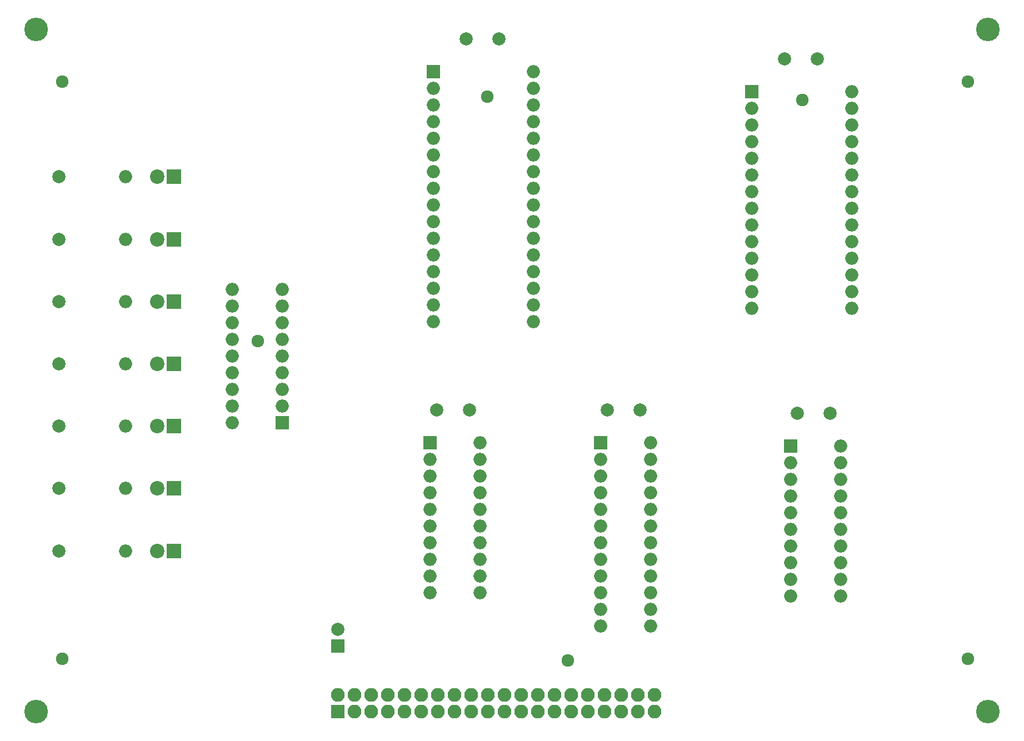
<source format=gbs>
G04 #@! TF.FileFunction,Soldermask,Bot*
%FSLAX46Y46*%
G04 Gerber Fmt 4.6, Leading zero omitted, Abs format (unit mm)*
G04 Created by KiCad (PCBNEW 4.0.7) date 03/07/19 09:20:08*
%MOMM*%
%LPD*%
G01*
G04 APERTURE LIST*
%ADD10C,0.100000*%
%ADD11C,2.000000*%
%ADD12R,2.000000X2.000000*%
%ADD13R,2.200000X2.200000*%
%ADD14C,2.200000*%
%ADD15R,2.100000X2.100000*%
%ADD16O,2.100000X2.100000*%
%ADD17C,3.600000*%
%ADD18O,2.000000X2.000000*%
%ADD19C,1.924000*%
G04 APERTURE END LIST*
D10*
D11*
X116000000Y-93000000D03*
X121000000Y-93000000D03*
X176000000Y-93500000D03*
X171000000Y-93500000D03*
X147000000Y-93000000D03*
X142000000Y-93000000D03*
X125500000Y-36500000D03*
X120500000Y-36500000D03*
X174000000Y-39500000D03*
X169000000Y-39500000D03*
D12*
X101000000Y-129000000D03*
D11*
X101000000Y-126500000D03*
D13*
X76000000Y-114500000D03*
D14*
X73460000Y-114500000D03*
D13*
X76000000Y-105000000D03*
D14*
X73460000Y-105000000D03*
D13*
X76000000Y-95500000D03*
D14*
X73460000Y-95500000D03*
D13*
X76000000Y-86000000D03*
D14*
X73460000Y-86000000D03*
D13*
X76000000Y-76500000D03*
D14*
X73460000Y-76500000D03*
D13*
X76000000Y-67000000D03*
D14*
X73460000Y-67000000D03*
D13*
X76000000Y-57500000D03*
D14*
X73460000Y-57500000D03*
D15*
X101000000Y-139000000D03*
D16*
X101000000Y-136460000D03*
X103540000Y-139000000D03*
X103540000Y-136460000D03*
X106080000Y-139000000D03*
X106080000Y-136460000D03*
X108620000Y-139000000D03*
X108620000Y-136460000D03*
X111160000Y-139000000D03*
X111160000Y-136460000D03*
X113700000Y-139000000D03*
X113700000Y-136460000D03*
X116240000Y-139000000D03*
X116240000Y-136460000D03*
X118780000Y-139000000D03*
X118780000Y-136460000D03*
X121320000Y-139000000D03*
X121320000Y-136460000D03*
X123860000Y-139000000D03*
X123860000Y-136460000D03*
X126400000Y-139000000D03*
X126400000Y-136460000D03*
X128940000Y-139000000D03*
X128940000Y-136460000D03*
X131480000Y-139000000D03*
X131480000Y-136460000D03*
X134020000Y-139000000D03*
X134020000Y-136460000D03*
X136560000Y-139000000D03*
X136560000Y-136460000D03*
X139100000Y-139000000D03*
X139100000Y-136460000D03*
X141640000Y-139000000D03*
X141640000Y-136460000D03*
X144180000Y-139000000D03*
X144180000Y-136460000D03*
X146720000Y-139000000D03*
X146720000Y-136460000D03*
X149260000Y-139000000D03*
X149260000Y-136460000D03*
D17*
X200000000Y-139000000D03*
X55000000Y-139000000D03*
X200000000Y-35000000D03*
X55000000Y-35000000D03*
D11*
X58500000Y-114500000D03*
D18*
X68660000Y-114500000D03*
D11*
X58500000Y-105000000D03*
D18*
X68660000Y-105000000D03*
D11*
X58500000Y-95500000D03*
D18*
X68660000Y-95500000D03*
D11*
X58500000Y-86000000D03*
D18*
X68660000Y-86000000D03*
D11*
X58500000Y-76500000D03*
D18*
X68660000Y-76500000D03*
D11*
X58500000Y-67000000D03*
D18*
X68660000Y-67000000D03*
D11*
X58500000Y-57500000D03*
D18*
X68660000Y-57500000D03*
D12*
X115000000Y-98000000D03*
D18*
X122620000Y-120860000D03*
X115000000Y-100540000D03*
X122620000Y-118320000D03*
X115000000Y-103080000D03*
X122620000Y-115780000D03*
X115000000Y-105620000D03*
X122620000Y-113240000D03*
X115000000Y-108160000D03*
X122620000Y-110700000D03*
X115000000Y-110700000D03*
X122620000Y-108160000D03*
X115000000Y-113240000D03*
X122620000Y-105620000D03*
X115000000Y-115780000D03*
X122620000Y-103080000D03*
X115000000Y-118320000D03*
X122620000Y-100540000D03*
X115000000Y-120860000D03*
X122620000Y-98000000D03*
D12*
X170000000Y-98500000D03*
D18*
X177620000Y-121360000D03*
X170000000Y-101040000D03*
X177620000Y-118820000D03*
X170000000Y-103580000D03*
X177620000Y-116280000D03*
X170000000Y-106120000D03*
X177620000Y-113740000D03*
X170000000Y-108660000D03*
X177620000Y-111200000D03*
X170000000Y-111200000D03*
X177620000Y-108660000D03*
X170000000Y-113740000D03*
X177620000Y-106120000D03*
X170000000Y-116280000D03*
X177620000Y-103580000D03*
X170000000Y-118820000D03*
X177620000Y-101040000D03*
X170000000Y-121360000D03*
X177620000Y-98500000D03*
D12*
X92500000Y-95000000D03*
D18*
X84880000Y-74680000D03*
X92500000Y-92460000D03*
X84880000Y-77220000D03*
X92500000Y-89920000D03*
X84880000Y-79760000D03*
X92500000Y-87380000D03*
X84880000Y-82300000D03*
X92500000Y-84840000D03*
X84880000Y-84840000D03*
X92500000Y-82300000D03*
X84880000Y-87380000D03*
X92500000Y-79760000D03*
X84880000Y-89920000D03*
X92500000Y-77220000D03*
X84880000Y-92460000D03*
X92500000Y-74680000D03*
X84880000Y-95000000D03*
D12*
X141000000Y-98000000D03*
D18*
X148620000Y-125940000D03*
X141000000Y-100540000D03*
X148620000Y-123400000D03*
X141000000Y-103080000D03*
X148620000Y-120860000D03*
X141000000Y-105620000D03*
X148620000Y-118320000D03*
X141000000Y-108160000D03*
X148620000Y-115780000D03*
X141000000Y-110700000D03*
X148620000Y-113240000D03*
X141000000Y-113240000D03*
X148620000Y-110700000D03*
X141000000Y-115780000D03*
X148620000Y-108160000D03*
X141000000Y-118320000D03*
X148620000Y-105620000D03*
X141000000Y-120860000D03*
X148620000Y-103080000D03*
X141000000Y-123400000D03*
X148620000Y-100540000D03*
X141000000Y-125940000D03*
X148620000Y-98000000D03*
D12*
X164000000Y-44500000D03*
D18*
X179240000Y-77520000D03*
X164000000Y-47040000D03*
X179240000Y-74980000D03*
X164000000Y-49580000D03*
X179240000Y-72440000D03*
X164000000Y-52120000D03*
X179240000Y-69900000D03*
X164000000Y-54660000D03*
X179240000Y-67360000D03*
X164000000Y-57200000D03*
X179240000Y-64820000D03*
X164000000Y-59740000D03*
X179240000Y-62280000D03*
X164000000Y-62280000D03*
X179240000Y-59740000D03*
X164000000Y-64820000D03*
X179240000Y-57200000D03*
X164000000Y-67360000D03*
X179240000Y-54660000D03*
X164000000Y-69900000D03*
X179240000Y-52120000D03*
X164000000Y-72440000D03*
X179240000Y-49580000D03*
X164000000Y-74980000D03*
X179240000Y-47040000D03*
X164000000Y-77520000D03*
X179240000Y-44500000D03*
D12*
X115500000Y-41500000D03*
D18*
X130740000Y-79600000D03*
X115500000Y-44040000D03*
X130740000Y-77060000D03*
X115500000Y-46580000D03*
X130740000Y-74520000D03*
X115500000Y-49120000D03*
X130740000Y-71980000D03*
X115500000Y-51660000D03*
X130740000Y-69440000D03*
X115500000Y-54200000D03*
X130740000Y-66900000D03*
X115500000Y-56740000D03*
X130740000Y-64360000D03*
X115500000Y-59280000D03*
X130740000Y-61820000D03*
X115500000Y-61820000D03*
X130740000Y-59280000D03*
X115500000Y-64360000D03*
X130740000Y-56740000D03*
X115500000Y-66900000D03*
X130740000Y-54200000D03*
X115500000Y-69440000D03*
X130740000Y-51660000D03*
X115500000Y-71980000D03*
X130740000Y-49120000D03*
X115500000Y-74520000D03*
X130740000Y-46580000D03*
X115500000Y-77060000D03*
X130740000Y-44040000D03*
X115500000Y-79600000D03*
X130740000Y-41500000D03*
D19*
X59000000Y-43000000D03*
X197000000Y-43000000D03*
X59000000Y-131000000D03*
X197000000Y-131000000D03*
X88750000Y-82500000D03*
X123750000Y-45250000D03*
X171750000Y-45750000D03*
X136000000Y-131250000D03*
M02*

</source>
